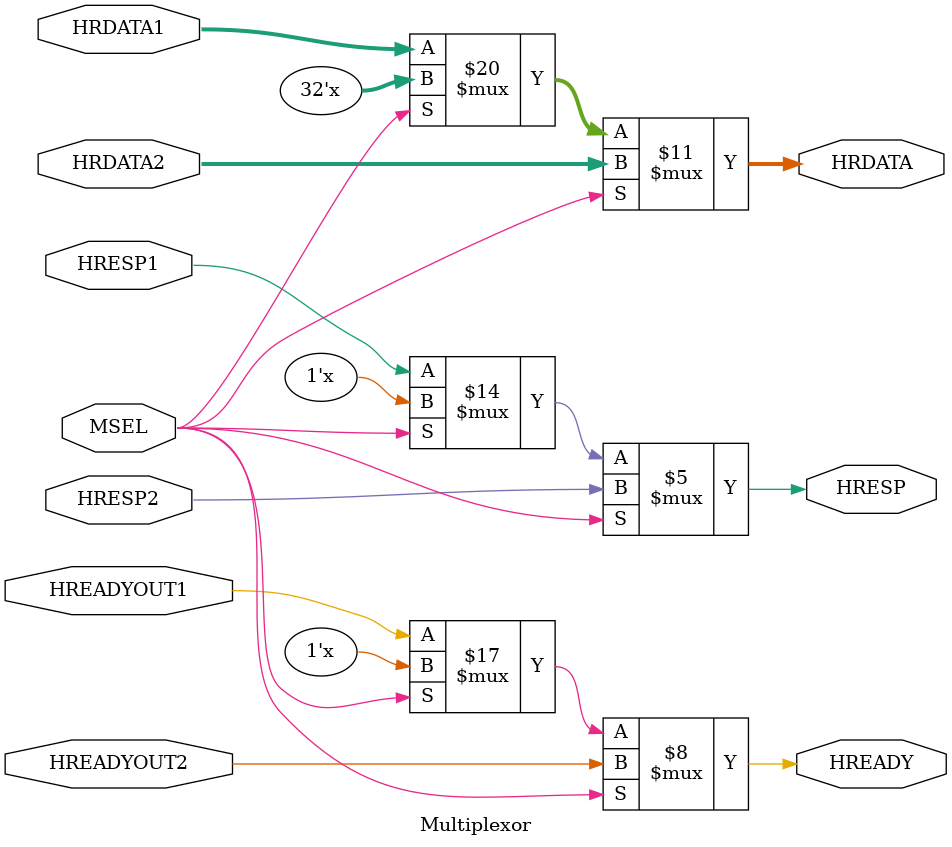
<source format=sv>
`timescale 1ns / 1ps

//Just a mux ;) : send the output of the right slave to the master
module Multiplexor(
        MSEL, HRDATA1, HREADYOUT1, HRESP1,
        HRDATA2, HREADYOUT2, HRESP2,
        HRDATA, HREADY, HRESP
    );
    
    //////Multiplexor input///////
    input MSEL;
    input [31:0]HRDATA1;
    input HREADYOUT1;
    input HRESP1;
    input [31:0]HRDATA2;
    input HREADYOUT2;
    input HRESP2;
    //////Multiplexor output///////
    output logic [31:0]HRDATA;
    output logic HREADY;
    output logic HRESP;
    
    always@(MSEL, HRDATA1, HREADYOUT1, HRESP1, HRDATA2, HREADYOUT2, HRESP2)
    begin
    if(MSEL == 0) begin
        HRDATA = HRDATA1;
        HREADY = HREADYOUT1;
        HRESP = HRESP1;
        end
    if(MSEL == 1) begin
        HRDATA = HRDATA2;
        HREADY = HREADYOUT2;
        HRESP = HRESP2;
        end
    end
endmodule

</source>
